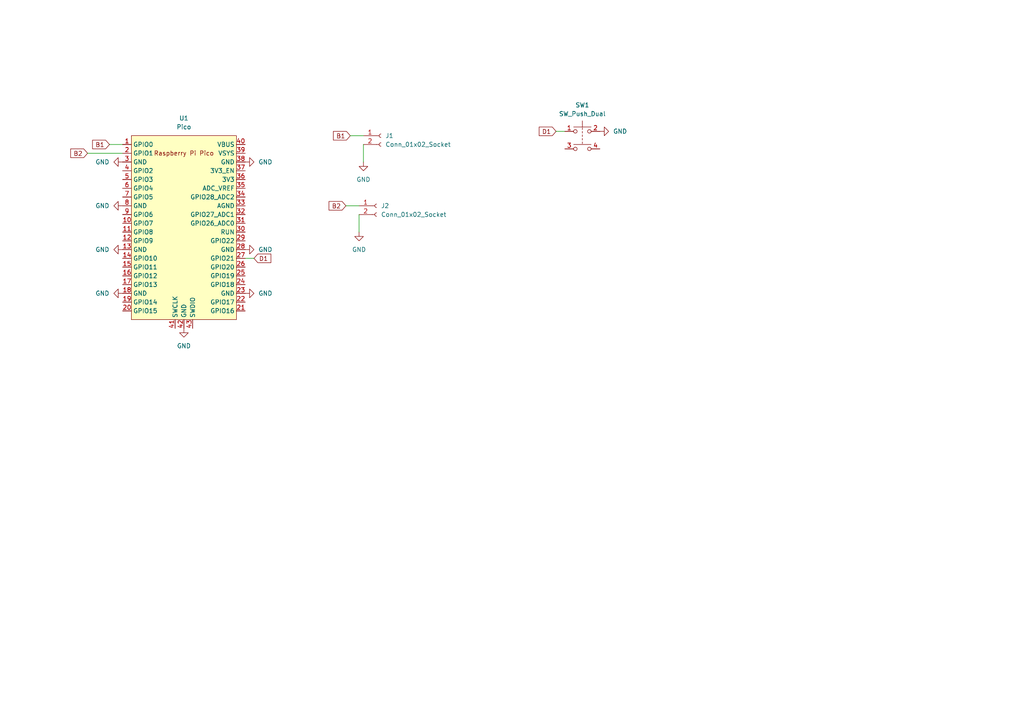
<source format=kicad_sch>
(kicad_sch (version 20230121) (generator eeschema)
  (paper "A4")
  (title_block (title "Pico Controller") (date "2023-09-17") (rev "0"))
  (lib_symbols
    (symbol "Connector:Conn_01x02_Socket" (pin_names (offset 1.016) hide)
      (property "Reference" "J" (at 0 2.54 0))
      (property "Value" "Conn_01x02_Socket" (at 0 -5.08 0))
      (symbol "Conn_01x02_Socket_1_1"
        (arc (start 0 -2.032) (mid -0.5058 -2.54) (end 0 -3.048) (stroke (width 0.1524)))
        (polyline (pts (xy -1.27 -2.54) (xy -0.508 -2.54)) (stroke (width 0.1524)))
        (polyline (pts (xy -1.27 0) (xy -0.508 0)) (stroke (width 0.1524)))
        (arc (start 0 0.508) (mid -0.5058 0) (end 0 -0.508) (stroke (width 0.1524)))
        (pin passive line (at -5.08 0 0) (length 3.81) (name "Pin_1") (number "1"))
        (pin passive line (at -5.08 -2.54 0) (length 3.81) (name "Pin_2") (number "2"))
      )
    )
    (symbol "MCU_RaspberryPi_and_Boards:Pico"
      (property "Reference" "U" (at -13.97 27.94 0))
      (property "Value" "Pico" (at 0 19.05 0))
      (symbol "Pico_0_0"
        (text "Raspberry Pi Pico" (at 0 21.59 0) (effects (font (size 1.27 1.27))))
      )
      (symbol "Pico_0_1"
        (rectangle (start -15.24 26.67) (end 15.24 -26.67) (fill (type background)))
      )
      (symbol "Pico_1_1"
        (pin bidirectional line (at -17.78 24.13 0) (length 2.54) (name "GPIO0") (number "1"))
        (pin bidirectional line (at -17.78 1.27 0) (length 2.54) (name "GPIO7") (number "10"))
        (pin bidirectional line (at -17.78 -1.27 0) (length 2.54) (name "GPIO8") (number "11"))
        (pin bidirectional line (at -17.78 -3.81 0) (length 2.54) (name "GPIO9") (number "12"))
        (pin power_in line (at -17.78 -6.35 0) (length 2.54) (name "GND") (number "13"))
        (pin bidirectional line (at -17.78 -8.89 0) (length 2.54) (name "GPIO10") (number "14"))
        (pin bidirectional line (at -17.78 -11.43 0) (length 2.54) (name "GPIO11") (number "15"))
        (pin bidirectional line (at -17.78 -13.97 0) (length 2.54) (name "GPIO12") (number "16"))
        (pin bidirectional line (at -17.78 -16.51 0) (length 2.54) (name "GPIO13") (number "17"))
        (pin power_in line (at -17.78 -19.05 0) (length 2.54) (name "GND") (number "18"))
        (pin bidirectional line (at -17.78 -21.59 0) (length 2.54) (name "GPIO14") (number "19"))
        (pin bidirectional line (at -17.78 21.59 0) (length 2.54) (name "GPIO1") (number "2"))
        (pin bidirectional line (at -17.78 -24.13 0) (length 2.54) (name "GPIO15") (number "20"))
        (pin bidirectional line (at 17.78 -24.13 180) (length 2.54) (name "GPIO16") (number "21"))
        (pin bidirectional line (at 17.78 -21.59 180) (length 2.54) (name "GPIO17") (number "22"))
        (pin power_in line (at 17.78 -19.05 180) (length 2.54) (name "GND") (number "23"))
        (pin bidirectional line (at 17.78 -16.51 180) (length 2.54) (name "GPIO18") (number "24"))
        (pin bidirectional line (at 17.78 -13.97 180) (length 2.54) (name "GPIO19") (number "25"))
        (pin bidirectional line (at 17.78 -11.43 180) (length 2.54) (name "GPIO20") (number "26"))
        (pin bidirectional line (at 17.78 -8.89 180) (length 2.54) (name "GPIO21") (number "27"))
        (pin power_in line (at 17.78 -6.35 180) (length 2.54) (name "GND") (number "28"))
        (pin bidirectional line (at 17.78 -3.81 180) (length 2.54) (name "GPIO22") (number "29"))
        (pin power_in line (at -17.78 19.05 0) (length 2.54) (name "GND") (number "3"))
        (pin input line (at 17.78 -1.27 180) (length 2.54) (name "RUN") (number "30"))
        (pin bidirectional line (at 17.78 1.27 180) (length 2.54) (name "GPIO26_ADC0") (number "31"))
        (pin bidirectional line (at 17.78 3.81 180) (length 2.54) (name "GPIO27_ADC1") (number "32"))
        (pin power_in line (at 17.78 6.35 180) (length 2.54) (name "AGND") (number "33"))
        (pin bidirectional line (at 17.78 8.89 180) (length 2.54) (name "GPIO28_ADC2") (number "34"))
        (pin power_in line (at 17.78 11.43 180) (length 2.54) (name "ADC_VREF") (number "35"))
        (pin power_in line (at 17.78 13.97 180) (length 2.54) (name "3V3") (number "36"))
        (pin input line (at 17.78 16.51 180) (length 2.54) (name "3V3_EN") (number "37"))
        (pin bidirectional line (at 17.78 19.05 180) (length 2.54) (name "GND") (number "38"))
        (pin power_in line (at 17.78 21.59 180) (length 2.54) (name "VSYS") (number "39"))
        (pin bidirectional line (at -17.78 16.51 0) (length 2.54) (name "GPIO2") (number "4"))
        (pin power_in line (at 17.78 24.13 180) (length 2.54) (name "VBUS") (number "40"))
        (pin input line (at -2.54 -29.21 90) (length 2.54) (name "SWCLK") (number "41"))
        (pin power_in line (at 0 -29.21 90) (length 2.54) (name "GND") (number "42"))
        (pin bidirectional line (at 2.54 -29.21 90) (length 2.54) (name "SWDIO") (number "43"))
        (pin bidirectional line (at -17.78 13.97 0) (length 2.54) (name "GPIO3") (number "5"))
        (pin bidirectional line (at -17.78 11.43 0) (length 2.54) (name "GPIO4") (number "6"))
        (pin bidirectional line (at -17.78 8.89 0) (length 2.54) (name "GPIO5") (number "7"))
        (pin power_in line (at -17.78 6.35 0) (length 2.54) (name "GND") (number "8"))
        (pin bidirectional line (at -17.78 3.81 0) (length 2.54) (name "GPIO6") (number "9"))
      )
    )
    (symbol "Switch:SW_Push_Dual" (pin_names (offset 1.016) hide)
      (property "Reference" "SW" (at 1.27 2.54 0))
      (property "Value" "SW_Push_Dual" (at 0 -6.858 0))
      (symbol "SW_Push_Dual_0_1"
        (circle (center -2.032 -5.08) (radius 0.508))
        (circle (center -2.032 0) (radius 0.508))
        (polyline (pts (xy 0 -3.048) (xy 0 -3.556)))
        (polyline (pts (xy 0 -2.032) (xy 0 -2.54)))
        (polyline (pts (xy 0 -1.524) (xy 0 -1.016)))
        (polyline (pts (xy 0 -0.508) (xy 0 0)))
        (polyline (pts (xy 0 0.508) (xy 0 1.016)))
        (polyline (pts (xy 0 1.27) (xy 0 3.048)))
        (polyline (pts (xy 2.54 -3.81) (xy -2.54 -3.81)))
        (polyline (pts (xy 2.54 1.27) (xy -2.54 1.27)))
        (circle (center 2.032 -5.08) (radius 0.508))
        (circle (center 2.032 0) (radius 0.508))
        (pin passive line (at -5.08 0 0) (length 2.54) (name "1") (number "1"))
        (pin passive line (at 5.08 0 180) (length 2.54) (name "2") (number "2"))
        (pin passive line (at -5.08 -5.08 0) (length 2.54) (name "3") (number "3"))
        (pin passive line (at 5.08 -5.08 180) (length 2.54) (name "4") (number "4"))
      )
    )
    (symbol "power:GND" (power) (pin_names (offset 0))
      (property "Value" "GND" (at 0 -3.81 0))
      (symbol "GND_0_1"
        (polyline (pts (xy 0 0) (xy 0 -1.27) (xy 1.27 -1.27) (xy 0 -2.54) (xy -1.27 -1.27) (xy 0 -1.27)))
      )
      (symbol "GND_1_1"
        (pin power_in line (at 0 0 270) (length 0) hide (name "GND") (number "1"))
      )
    )
  )
  (wire (pts (xy 31.75 41.91) (xy 35.56 41.91)))
  (wire (pts (xy 71.12 74.93) (xy 73.66 74.93)))
  (wire (pts (xy 105.41 41.91) (xy 105.41 46.99)))
  (wire (pts (xy 25.4 44.45) (xy 35.56 44.45)))
  (wire (pts (xy 101.6 39.37) (xy 105.41 39.37)))
  (wire (pts (xy 161.29 38.1) (xy 163.83 38.1)))
  (wire (pts (xy 104.14 62.23) (xy 104.14 67.31)))
  (wire (pts (xy 100.33 59.69) (xy 104.14 59.69)))
  (global_label "B2" (shape input) (at 25.4 44.45 180) (property "Intersheetrefs" "${INTERSHEET_REFS}" (effects hide)))
  (global_label "B1" (shape input) (at 101.6 39.37 180) (property "Intersheetrefs" "${INTERSHEET_REFS}" (effects hide)))
  (global_label "D1" (shape input) (at 161.29 38.1 180) (property "Intersheetrefs" "${INTERSHEET_REFS}" (effects hide)))
  (global_label "D1" (shape input) (at 73.66 74.93 0) (property "Intersheetrefs" "${INTERSHEET_REFS}" (effects hide)))
  (global_label "B2" (shape input) (at 100.33 59.69 180) (property "Intersheetrefs" "${INTERSHEET_REFS}" (effects hide)))
  (global_label "B1" (shape input) (at 31.75 41.91 180) (property "Intersheetrefs" "${INTERSHEET_REFS}" (effects hide)))
  (symbol (lib_id "power:GND") (at 71.12 85.09 90) (unit 1)
    (property "Reference" "#PWR07" (effects hide))
    (property "Value" "GND" (at 74.93 85.09 90) (effects (justify right)))
  )
  (symbol (lib_id "power:GND") (at 71.12 46.99 90) (unit 1)
    (property "Reference" "#PWR05" (effects hide))
    (property "Value" "GND" (at 74.93 46.99 90) (effects (justify right)))
  )
  (symbol (lib_id "power:GND") (at 104.14 67.31 0) (unit 1)
    (property "Reference" "#PWR03" (effects hide))
    (property "Value" "GND" (at 104.14 72.39 0))
  )
  (symbol (lib_id "power:GND") (at 173.99 38.1 90) (unit 1)
    (property "Reference" "#PWR02" (effects hide))
    (property "Value" "GND" (at 177.8 38.1 90) (effects (justify right)))
  )
  (symbol (lib_id "MCU_RaspberryPi_and_Boards:Pico") (at 53.34 66.04 0) (unit 1)
    (property "Reference" "U1" (at 53.34 34.29 0))
    (property "Value" "Pico" (at 53.34 36.83 0))
    (property "Footprint" "MCU_RaspberryPi_and_Boards:RPi_Pico_SMD_TH" (effects hide))
  )
  (symbol (lib_id "power:GND") (at 35.56 46.99 270) (unit 1)
    (property "Reference" "#PWR011" (effects hide))
    (property "Value" "GND" (at 31.75 46.99 90) (effects (justify right)))
  )
  (symbol (lib_id "power:GND") (at 35.56 59.69 270) (unit 1)
    (property "Reference" "#PWR010" (effects hide))
    (property "Value" "GND" (at 31.75 59.69 90) (effects (justify right)))
  )
  (symbol (lib_id "power:GND") (at 53.34 95.25 0) (unit 1)
    (property "Reference" "#PWR04" (effects hide))
    (property "Value" "GND" (at 53.34 100.33 0))
  )
  (symbol (lib_id "power:GND") (at 105.41 46.99 0) (unit 1)
    (property "Reference" "#PWR01" (effects hide))
    (property "Value" "GND" (at 105.41 52.07 0))
  )
  (symbol (lib_id "Switch:SW_Push_Dual") (at 168.91 38.1 0) (unit 1)
    (property "Reference" "SW1" (at 168.91 30.48 0))
    (property "Value" "SW_Push_Dual" (at 168.91 33.02 0))
    (property "Footprint" "Button_Switch_THT:SW_TH_Tactile_Omron_B3F-10xx" (effects hide))
  )
  (symbol (lib_id "Connector:Conn_01x02_Socket") (at 110.49 39.37 0) (unit 1)
    (property "Reference" "J1" (at 111.76 39.37 0) (effects (justify left)))
    (property "Value" "Conn_01x02_Socket" (at 111.76 41.91 0) (effects (justify left)))
    (property "Footprint" "Button_Switch_THT:SW_TH_Tactile_Omron_B3F-10xx" (effects hide))
  )
  (symbol (lib_id "Connector:Conn_01x02_Socket") (at 109.22 59.69 0) (unit 1)
    (property "Reference" "J2" (at 110.49 59.69 0) (effects (justify left)))
    (property "Value" "Conn_01x02_Socket" (at 110.49 62.23 0) (effects (justify left)))
    (property "Footprint" "Connector_JST:JST_XH_B2B-XH-AM_1x02_P2.50mm_Vertical" (effects hide))
  )
  (symbol (lib_id "power:GND") (at 35.56 85.09 270) (unit 1)
    (property "Reference" "#PWR08" (effects hide))
    (property "Value" "GND" (at 31.75 85.09 90) (effects (justify right)))
  )
  (symbol (lib_id "power:GND") (at 71.12 72.39 90) (unit 1)
    (property "Reference" "#PWR06" (effects hide))
    (property "Value" "GND" (at 74.93 72.39 90) (effects (justify right)))
  )
  (symbol (lib_id "power:GND") (at 35.56 72.39 270) (unit 1)
    (property "Reference" "#PWR09" (effects hide))
    (property "Value" "GND" (at 31.75 72.39 90) (effects (justify right)))
  )
)
</source>
